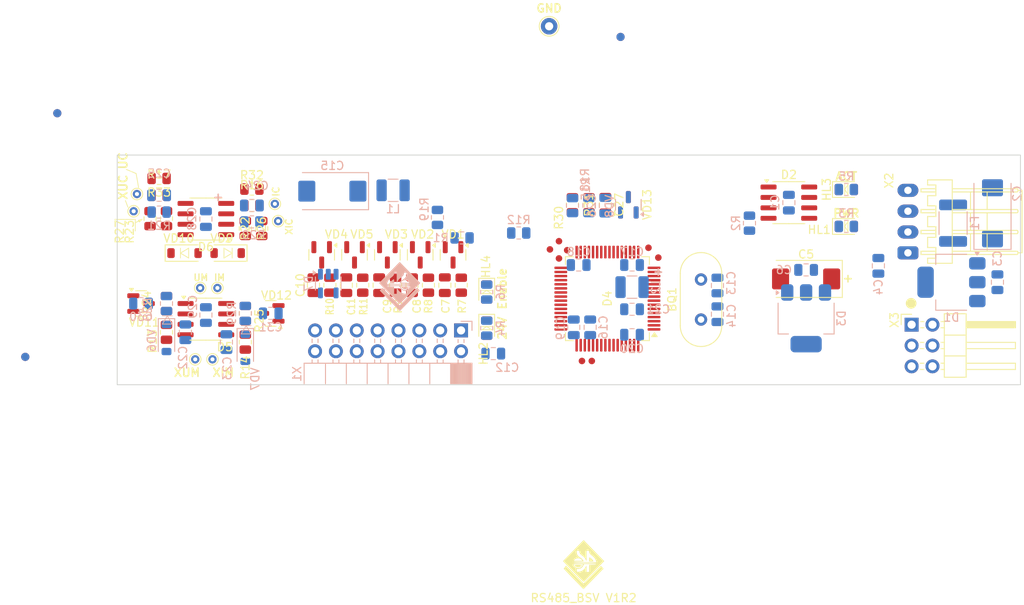
<source format=kicad_pcb>
(kicad_pcb
	(version 20240108)
	(generator "pcbnew")
	(generator_version "8.0")
	(general
		(thickness 1.6)
		(legacy_teardrops no)
	)
	(paper "A4")
	(title_block
		(title "RS485_BSV")
		(rev "2")
		(company "ООО \"Экросхим\"")
		(comment 1 "Антон Мухин")
	)
	(layers
		(0 "F.Cu" signal)
		(31 "B.Cu" signal)
		(32 "B.Adhes" user "B.Adhesive")
		(33 "F.Adhes" user "F.Adhesive")
		(34 "B.Paste" user)
		(35 "F.Paste" user)
		(36 "B.SilkS" user "B.Silkscreen")
		(37 "F.SilkS" user "F.Silkscreen")
		(38 "B.Mask" user)
		(39 "F.Mask" user)
		(40 "Dwgs.User" user "User.Drawings")
		(41 "Cmts.User" user "User.Comments")
		(42 "Eco1.User" user "User.Eco1")
		(43 "Eco2.User" user "User.Eco2")
		(44 "Edge.Cuts" user)
		(45 "Margin" user)
		(46 "B.CrtYd" user "B.Courtyard")
		(47 "F.CrtYd" user "F.Courtyard")
		(48 "B.Fab" user)
		(49 "F.Fab" user)
		(50 "User.1" user)
		(51 "User.2" user)
		(52 "User.3" user)
		(53 "User.4" user)
		(54 "User.5" user)
		(55 "User.6" user)
		(56 "User.7" user)
		(57 "User.8" user)
		(58 "User.9" user)
	)
	(setup
		(pad_to_mask_clearance 0)
		(allow_soldermask_bridges_in_footprints no)
		(aux_axis_origin 30 63)
		(grid_origin 30 63)
		(pcbplotparams
			(layerselection 0x00010fc_ffffffff)
			(plot_on_all_layers_selection 0x0000000_00000000)
			(disableapertmacros no)
			(usegerberextensions no)
			(usegerberattributes no)
			(usegerberadvancedattributes no)
			(creategerberjobfile no)
			(dashed_line_dash_ratio 12.000000)
			(dashed_line_gap_ratio 3.000000)
			(svgprecision 4)
			(plotframeref no)
			(viasonmask no)
			(mode 1)
			(useauxorigin yes)
			(hpglpennumber 1)
			(hpglpenspeed 20)
			(hpglpendiameter 15.000000)
			(pdf_front_fp_property_popups yes)
			(pdf_back_fp_property_popups yes)
			(dxfpolygonmode yes)
			(dxfimperialunits yes)
			(dxfusepcbnewfont yes)
			(psnegative no)
			(psa4output no)
			(plotreference yes)
			(plotvalue no)
			(plotfptext yes)
			(plotinvisibletext no)
			(sketchpadsonfab no)
			(subtractmaskfromsilk yes)
			(outputformat 1)
			(mirror no)
			(drillshape 0)
			(scaleselection 1)
			(outputdirectory "gerbers/")
		)
	)
	(net 0 "")
	(net 1 "Net-(D4-PD0)")
	(net 2 "Net-(D4-PD1)")
	(net 3 "+3V3")
	(net 4 "GND")
	(net 5 "+12V")
	(net 6 "+5V")
	(net 7 "UA_RDY")
	(net 8 "XRAY_ON")
	(net 9 "NO_LINK")
	(net 10 "OVERLOAD")
	(net 11 "OVERHEAT")
	(net 12 "+12VA")
	(net 13 "+3.3VA")
	(net 14 "Net-(D5A-+)")
	(net 15 "Net-(D5B-+)")
	(net 16 "Net-(D6A-+)")
	(net 17 "Net-(D6B-+)")
	(net 18 "HV_24V")
	(net 19 "HV_15V")
	(net 20 "Net-(D2-B)")
	(net 21 "U1_RX")
	(net 22 "TXEN")
	(net 23 "Net-(D2-A)")
	(net 24 "U1_TX")
	(net 25 "SWO")
	(net 26 "unconnected-(D4-PC15-Pad4)")
	(net 27 "unconnected-(D4-PB4-Pad56)")
	(net 28 "unconnected-(D4-PB2-Pad28)")
	(net 29 "Ia_CTRL")
	(net 30 "SWCLK")
	(net 31 "unconnected-(D4-PC6-Pad37)")
	(net 32 "unconnected-(D4-PB9-Pad62)")
	(net 33 "unconnected-(D4-PC3-Pad11)")
	(net 34 "unconnected-(D4-PB10-Pad29)")
	(net 35 "unconnected-(D4-PC14-Pad3)")
	(net 36 "Net-(D4-PC10)")
	(net 37 "unconnected-(D4-PC0-Pad8)")
	(net 38 "RESET")
	(net 39 "unconnected-(D4-PB8-Pad61)")
	(net 40 "SWDIO")
	(net 41 "Net-(D4-PB14)")
	(net 42 "unconnected-(D4-PD2-Pad54)")
	(net 43 "Ua_MON")
	(net 44 "unconnected-(D4-PA1-Pad15)")
	(net 45 "unconnected-(D4-PA12-Pad45)")
	(net 46 "Net-(D4-PC11)")
	(net 47 "HV_ENABLE")
	(net 48 "unconnected-(D4-PB1-Pad27)")
	(net 49 "unconnected-(D4-PB0-Pad26)")
	(net 50 "unconnected-(D4-PC12-Pad53)")
	(net 51 "Ua_CTRL")
	(net 52 "unconnected-(D4-PC2-Pad10)")
	(net 53 "Net-(D4-PB12)")
	(net 54 "CONN")
	(net 55 "Ia_MON")
	(net 56 "Net-(D4-PA3)")
	(net 57 "unconnected-(D4-PC13-Pad2)")
	(net 58 "unconnected-(D4-PB11-Pad30)")
	(net 59 "LED_ACT")
	(net 60 "Net-(D4-PB15)")
	(net 61 "unconnected-(D4-PA15-Pad50)")
	(net 62 "Net-(D4-PA2)")
	(net 63 "Net-(D4-PB13)")
	(net 64 "unconnected-(D4-PA0-Pad14)")
	(net 65 "Net-(D5A--)")
	(net 66 "Net-(D5B--)")
	(net 67 "Net-(D6B--)")
	(net 68 "Net-(D6A--)")
	(net 69 "unconnected-(D7-NC-Pad1)")
	(net 70 "X_HV_ENABLE")
	(net 71 "Net-(X2-Pin_1)")
	(net 72 "Net-(HL1-K)")
	(net 73 "Net-(HL2-K)")
	(net 74 "X_HV_24V")
	(net 75 "Net-(HL3-K)")
	(net 76 "Net-(HL4-K)")
	(net 77 "/X_UA_RDY")
	(net 78 "/X_XRAY_ON")
	(net 79 "/X_NO_LINK")
	(net 80 "/X_OVERLOAD")
	(net 81 "/X_OVERHEAT")
	(net 82 "X_Ua_MON")
	(net 83 "X_Ia_MON")
	(net 84 "X_Ua_CTRL")
	(net 85 "X_Ia_CTRL")
	(net 86 "X_HV_15V")
	(net 87 "Net-(VD10-K)")
	(net 88 "Net-(VD9-K)")
	(footprint "Capacitor_SMD:C_0805_2012Metric" (layer "F.Cu") (at 57.9 50.862499 -90))
	(footprint "Capacitor_SMD:C_0805_2012Metric" (layer "F.Cu") (at 89.45 41.0625 -90))
	(footprint "Resistor_SMD:R_0805_2012Metric" (layer "F.Cu") (at 45.6 43.95 90))
	(footprint "Resistor_SMD:R_0805_2012Metric" (layer "F.Cu") (at 35.1 37.850001))
	(footprint "TestPoint:TestPoint_THTPad_D1.0mm_Drill0.5mm" (layer "F.Cu") (at 49.2 40.950001 180))
	(footprint "Connector_PinHeader_2.54mm:PinHeader_2x03_P2.54mm_Horizontal" (layer "F.Cu") (at 126.75 55.675))
	(footprint "Resistor_SMD:R_0805_2012Metric" (layer "F.Cu") (at 85.4375 41.0625 90))
	(footprint "Fiducial:Fiducial_1mm_Mask3mm" (layer "F.Cu") (at 91.3 20.6))
	(footprint "Ecohim:TestPoint_Pad_D0.8mm_no_circle" (layer "F.Cu") (at 95.9 47.5 -90))
	(footprint "Package_TO_SOT_SMD:SOT-23" (layer "F.Cu") (at 70.9 47.162499 -90))
	(footprint "Resistor_SMD:R_0805_2012Metric" (layer "F.Cu") (at 45.6 54.3 90))
	(footprint "Ecohim:TestPoint_Pad_D0.8mm_no_circle" (layer "F.Cu") (at 84.8 46.6 -90))
	(footprint "TestPoint:TestPoint_THTPad_D1.0mm_Drill0.5mm" (layer "F.Cu") (at 40.1 51.2))
	(footprint "Resistor_SMD:R_0805_2012Metric" (layer "F.Cu") (at 47.599999 43.949999 90))
	(footprint "Package_TO_SOT_SMD:SOT-23" (layer "F.Cu") (at 66.9 47.162499 -90))
	(footprint "Package_QFP:LQFP-64_10x10mm_P0.5mm" (layer "F.Cu") (at 89.7 52.5 180))
	(footprint "TestPoint:TestPoint_THTPad_D1.0mm_Drill0.5mm" (layer "F.Cu") (at 41.6 59.9))
	(footprint "Resistor_SMD:R_0805_2012Metric" (layer "F.Cu") (at 63.9 50.862499 90))
	(footprint "LED_SMD:LED_0805_2012Metric" (layer "F.Cu") (at 75 56.1 -90))
	(footprint "Resistor_SMD:R_0805_2012Metric" (layer "F.Cu") (at 71.9 50.862499 90))
	(footprint "TestPoint:TestPoint_THTPad_D1.0mm_Drill0.5mm" (layer "F.Cu") (at 49.6 43.049999 180))
	(footprint "Resistor_SMD:R_0805_2012Metric" (layer "F.Cu") (at 55.9 50.862499 90))
	(footprint "Ecohim:TestPoint_Pad_D0.8mm_no_circle" (layer "F.Cu") (at 83.8 45.500001 -90))
	(footprint "LED_SMD:LED_0805_2012Metric" (layer "F.Cu") (at 75 51.7 -90))
	(footprint "Package_TO_SOT_SMD:SOT-23" (layer "F.Cu") (at 58.9 47.162499 -90))
	(footprint "TestPoint:TestPoint_THTPad_D1.0mm_Drill0.5mm" (layer "F.Cu") (at 39.5 59.9))
	(footprint "Ecohim:TestPoint_Pad_D0.8mm_no_circle" (layer "F.Cu") (at 83.8 47.6 -90))
	(footprint "Diode_SMD:D_SOD-123" (layer "F.Cu") (at 38.2 46.950001))
	(footprint "Crystal:Crystal_HC49-4H_Vertical" (layer "F.Cu") (at 101.1 55.050001 90))
	(footprint "Package_TO_SOT_SMD:SOT-23" (layer "F.Cu") (at 54.9 47.162499 -90))
	(footprint "TestPoint:TestPoint_THTPad_D2.0mm_Drill1.0mm" (layer "F.Cu") (at 82.6 19.3))
	(footprint "Ecohim:DS1070-4MR_WF-4RA_CONNFLY" (layer "F.Cu") (at 126.3 39.3 -90))
	(footprint "Ecohim:TestPoint_Pad_D0.8mm_no_circle" (layer "F.Cu") (at 94.7 46.3 -90))
	(footprint "TestPoint:TestPoint_THTPad_D1.0mm_Drill0.5mm" (layer "F.Cu") (at 42.2 51.2))
	(footprint "Ecohim:TestPoint_Pad_D0.8mm_no_circle" (layer "F.Cu") (at 82.7 46.5 -90))
	(footprint "LED_SMD:LED_0805_2012Metric" (layer "F.Cu") (at 118.8 43.7))
	(footprint "Fiducial:Fiducial_1mm_Mask3mm" (layer "F.Cu") (at 18.8 59.6))
	(footprint "Package_TO_SOT_SMD:SOT-23" (layer "F.Cu") (at 62.9 47.162499 -90))
	(footprint "Package_SO:SOIC-8_3.9x4.9mm_P1.27mm" (layer "F.Cu") (at 40.8 42.8 180))
	(footprint "Fiducial:Fiducial_1mm_Mask3mm" (layer "F.Cu") (at 22.7 29.9))
	(footprint "Ecohim:TestPoint_Pad_D0.8mm_no_circle"
		(layer "F.Cu")
		(uuid "994e962f-6f8c-4506-95e2-692a998de945")
		(at 87.800001 60.1 -90)
		(descr "SMD pad as test Point, diameter 0.8mm")
		(tags "test point SMD pad")
		(property "Reference" "TP3"
			(at 0 -1.448001 90)
			(layer "F.SilkS")
			(hide yes)
			(uuid "a7cf7626-7b2f-4ba4-81bd-d2dc5d83f453")
			(effects
				(font
					(size 1 1)
					(thickness 0.15)
				)
			)
		)
		(property "Value" "TestPoint"
			(at 0 1.550001 90)
			(layer "F.Fab")
			(hide yes)
			(uuid "6df85dba-4838-47dd-9172-088c7b593623")
			(effects
				(font
					(size 1 1)
					(thickness 0.15)
				)
			)
		)
		(property "Footprint" "Ecohim:TestPoint_Pad_D0.8mm_no_circle"
			(at 0 0 90)
			(layer "F.Fab")
			(hide yes)
			(uuid "29358d4a-4997-41c9-bb7a-1761f74586ba")
			(effects
				(font
					(size 1.27 1.27)
					(thickness 0.15)
				)
			)
		)
		(property "Datasheet" ""
			(at 0 0 90)
			(layer "F.Fab")
			(hide yes)
			(uuid "58c16a85-9df6-45c5-8d8e-4b54ef990bfb")
			(effects
				(font
					(size 1.27 1.27)
					(thickness 0.15)
				)
			)
		)
		(property "Description" ""
			(at 0 0 90)
			(layer "F.Fab")
			(hi
... [408122 chars truncated]
</source>
